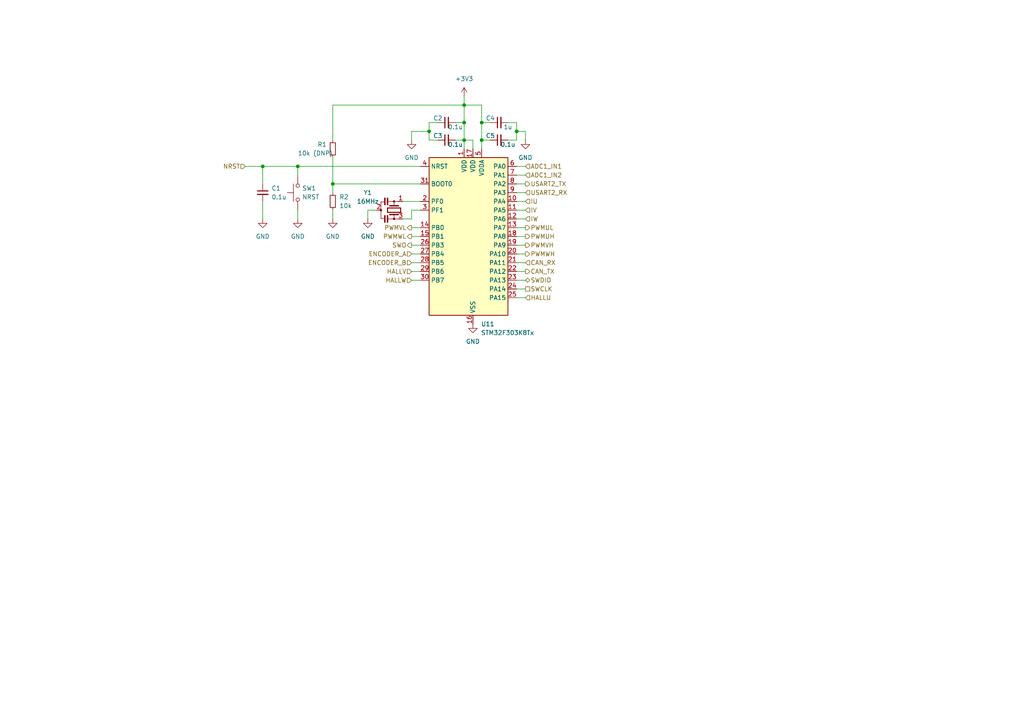
<source format=kicad_sch>
(kicad_sch
	(version 20231120)
	(generator "eeschema")
	(generator_version "8.0")
	(uuid "9ab0ce96-bca7-403f-acac-3fa1758a3a53")
	(paper "A4")
	(lib_symbols
		(symbol "Device:C_Small"
			(pin_numbers hide)
			(pin_names
				(offset 0.254) hide)
			(exclude_from_sim no)
			(in_bom yes)
			(on_board yes)
			(property "Reference" "C"
				(at 0.254 1.778 0)
				(effects
					(font
						(size 1.27 1.27)
					)
					(justify left)
				)
			)
			(property "Value" "C_Small"
				(at 0.254 -2.032 0)
				(effects
					(font
						(size 1.27 1.27)
					)
					(justify left)
				)
			)
			(property "Footprint" ""
				(at 0 0 0)
				(effects
					(font
						(size 1.27 1.27)
					)
					(hide yes)
				)
			)
			(property "Datasheet" "~"
				(at 0 0 0)
				(effects
					(font
						(size 1.27 1.27)
					)
					(hide yes)
				)
			)
			(property "Description" "Unpolarized capacitor, small symbol"
				(at 0 0 0)
				(effects
					(font
						(size 1.27 1.27)
					)
					(hide yes)
				)
			)
			(property "ki_keywords" "capacitor cap"
				(at 0 0 0)
				(effects
					(font
						(size 1.27 1.27)
					)
					(hide yes)
				)
			)
			(property "ki_fp_filters" "C_*"
				(at 0 0 0)
				(effects
					(font
						(size 1.27 1.27)
					)
					(hide yes)
				)
			)
			(symbol "C_Small_0_1"
				(polyline
					(pts
						(xy -1.524 -0.508) (xy 1.524 -0.508)
					)
					(stroke
						(width 0.3302)
						(type default)
					)
					(fill
						(type none)
					)
				)
				(polyline
					(pts
						(xy -1.524 0.508) (xy 1.524 0.508)
					)
					(stroke
						(width 0.3048)
						(type default)
					)
					(fill
						(type none)
					)
				)
			)
			(symbol "C_Small_1_1"
				(pin passive line
					(at 0 2.54 270)
					(length 2.032)
					(name "~"
						(effects
							(font
								(size 1.27 1.27)
							)
						)
					)
					(number "1"
						(effects
							(font
								(size 1.27 1.27)
							)
						)
					)
				)
				(pin passive line
					(at 0 -2.54 90)
					(length 2.032)
					(name "~"
						(effects
							(font
								(size 1.27 1.27)
							)
						)
					)
					(number "2"
						(effects
							(font
								(size 1.27 1.27)
							)
						)
					)
				)
			)
		)
		(symbol "Device:R_Small"
			(pin_numbers hide)
			(pin_names
				(offset 0.254) hide)
			(exclude_from_sim no)
			(in_bom yes)
			(on_board yes)
			(property "Reference" "R"
				(at 0.762 0.508 0)
				(effects
					(font
						(size 1.27 1.27)
					)
					(justify left)
				)
			)
			(property "Value" "R_Small"
				(at 0.762 -1.016 0)
				(effects
					(font
						(size 1.27 1.27)
					)
					(justify left)
				)
			)
			(property "Footprint" ""
				(at 0 0 0)
				(effects
					(font
						(size 1.27 1.27)
					)
					(hide yes)
				)
			)
			(property "Datasheet" "~"
				(at 0 0 0)
				(effects
					(font
						(size 1.27 1.27)
					)
					(hide yes)
				)
			)
			(property "Description" "Resistor, small symbol"
				(at 0 0 0)
				(effects
					(font
						(size 1.27 1.27)
					)
					(hide yes)
				)
			)
			(property "ki_keywords" "R resistor"
				(at 0 0 0)
				(effects
					(font
						(size 1.27 1.27)
					)
					(hide yes)
				)
			)
			(property "ki_fp_filters" "R_*"
				(at 0 0 0)
				(effects
					(font
						(size 1.27 1.27)
					)
					(hide yes)
				)
			)
			(symbol "R_Small_0_1"
				(rectangle
					(start -0.762 1.778)
					(end 0.762 -1.778)
					(stroke
						(width 0.2032)
						(type default)
					)
					(fill
						(type none)
					)
				)
			)
			(symbol "R_Small_1_1"
				(pin passive line
					(at 0 2.54 270)
					(length 0.762)
					(name "~"
						(effects
							(font
								(size 1.27 1.27)
							)
						)
					)
					(number "1"
						(effects
							(font
								(size 1.27 1.27)
							)
						)
					)
				)
				(pin passive line
					(at 0 -2.54 90)
					(length 0.762)
					(name "~"
						(effects
							(font
								(size 1.27 1.27)
							)
						)
					)
					(number "2"
						(effects
							(font
								(size 1.27 1.27)
							)
						)
					)
				)
			)
		)
		(symbol "Device:Resonator_Small"
			(pin_names
				(offset 1.016) hide)
			(exclude_from_sim no)
			(in_bom yes)
			(on_board yes)
			(property "Reference" "Y"
				(at 3.175 1.905 0)
				(effects
					(font
						(size 1.27 1.27)
					)
					(justify left)
				)
			)
			(property "Value" "Resonator_Small"
				(at 3.175 0 0)
				(effects
					(font
						(size 1.27 1.27)
					)
					(justify left)
				)
			)
			(property "Footprint" ""
				(at -0.635 0 0)
				(effects
					(font
						(size 1.27 1.27)
					)
					(hide yes)
				)
			)
			(property "Datasheet" "~"
				(at -0.635 0 0)
				(effects
					(font
						(size 1.27 1.27)
					)
					(hide yes)
				)
			)
			(property "Description" "Three pin ceramic resonator, small symbol"
				(at 0 0 0)
				(effects
					(font
						(size 1.27 1.27)
					)
					(hide yes)
				)
			)
			(property "ki_keywords" "ceramic resonator"
				(at 0 0 0)
				(effects
					(font
						(size 1.27 1.27)
					)
					(hide yes)
				)
			)
			(property "ki_fp_filters" "Filter* Resonator*"
				(at 0 0 0)
				(effects
					(font
						(size 1.27 1.27)
					)
					(hide yes)
				)
			)
			(symbol "Resonator_Small_0_1"
				(rectangle
					(start -3.556 -2.54)
					(end -1.524 -2.794)
					(stroke
						(width 0)
						(type default)
					)
					(fill
						(type outline)
					)
				)
				(rectangle
					(start -3.556 -1.778)
					(end -1.524 -2.032)
					(stroke
						(width 0)
						(type default)
					)
					(fill
						(type outline)
					)
				)
				(circle
					(center -2.54 0)
					(radius 0.254)
					(stroke
						(width 0)
						(type default)
					)
					(fill
						(type outline)
					)
				)
				(rectangle
					(start -0.635 1.905)
					(end 0.635 -1.905)
					(stroke
						(width 0.3048)
						(type default)
					)
					(fill
						(type none)
					)
				)
				(circle
					(center 0 -3.81)
					(radius 0.254)
					(stroke
						(width 0)
						(type default)
					)
					(fill
						(type outline)
					)
				)
				(polyline
					(pts
						(xy -2.54 -1.778) (xy -2.54 0)
					)
					(stroke
						(width 0)
						(type default)
					)
					(fill
						(type none)
					)
				)
				(polyline
					(pts
						(xy -2.54 0) (xy -1.397 0)
					)
					(stroke
						(width 0)
						(type default)
					)
					(fill
						(type none)
					)
				)
				(polyline
					(pts
						(xy -2.54 1.27) (xy -2.54 0)
					)
					(stroke
						(width 0)
						(type default)
					)
					(fill
						(type none)
					)
				)
				(polyline
					(pts
						(xy -1.27 -1.27) (xy -1.27 1.27)
					)
					(stroke
						(width 0.381)
						(type default)
					)
					(fill
						(type none)
					)
				)
				(polyline
					(pts
						(xy 1.27 -1.27) (xy 1.27 1.27)
					)
					(stroke
						(width 0.381)
						(type default)
					)
					(fill
						(type none)
					)
				)
				(polyline
					(pts
						(xy 1.27 0) (xy 2.54 0)
					)
					(stroke
						(width 0)
						(type default)
					)
					(fill
						(type none)
					)
				)
				(polyline
					(pts
						(xy 2.54 0) (xy 2.54 -1.778)
					)
					(stroke
						(width 0)
						(type default)
					)
					(fill
						(type none)
					)
				)
				(polyline
					(pts
						(xy 2.54 1.27) (xy 2.54 0)
					)
					(stroke
						(width 0)
						(type default)
					)
					(fill
						(type none)
					)
				)
				(polyline
					(pts
						(xy 2.413 -2.794) (xy 2.413 -3.81) (xy -2.413 -3.81) (xy -2.413 -2.667)
					)
					(stroke
						(width 0)
						(type default)
					)
					(fill
						(type none)
					)
				)
				(rectangle
					(start 1.524 -2.54)
					(end 3.556 -2.794)
					(stroke
						(width 0)
						(type default)
					)
					(fill
						(type outline)
					)
				)
				(rectangle
					(start 1.524 -1.778)
					(end 3.556 -2.032)
					(stroke
						(width 0)
						(type default)
					)
					(fill
						(type outline)
					)
				)
				(circle
					(center 2.54 0)
					(radius 0.254)
					(stroke
						(width 0)
						(type default)
					)
					(fill
						(type outline)
					)
				)
			)
			(symbol "Resonator_Small_1_1"
				(pin passive line
					(at -2.54 2.54 270)
					(length 1.27)
					(name "1"
						(effects
							(font
								(size 1.27 1.27)
							)
						)
					)
					(number "1"
						(effects
							(font
								(size 1.27 1.27)
							)
						)
					)
				)
				(pin passive line
					(at 0 -5.08 90)
					(length 1.27)
					(name "2"
						(effects
							(font
								(size 1.27 1.27)
							)
						)
					)
					(number "2"
						(effects
							(font
								(size 1.27 1.27)
							)
						)
					)
				)
				(pin passive line
					(at 2.54 2.54 270)
					(length 1.27)
					(name "3"
						(effects
							(font
								(size 1.27 1.27)
							)
						)
					)
					(number "3"
						(effects
							(font
								(size 1.27 1.27)
							)
						)
					)
				)
			)
		)
		(symbol "MCU_ST_STM32F3:STM32F303K8Tx"
			(exclude_from_sim no)
			(in_bom yes)
			(on_board yes)
			(property "Reference" "U"
				(at -10.16 24.13 0)
				(effects
					(font
						(size 1.27 1.27)
					)
					(justify left)
				)
			)
			(property "Value" "STM32F303K8Tx"
				(at 7.62 24.13 0)
				(effects
					(font
						(size 1.27 1.27)
					)
					(justify left)
				)
			)
			(property "Footprint" "Package_QFP:LQFP-32_7x7mm_P0.8mm"
				(at -10.16 -22.86 0)
				(effects
					(font
						(size 1.27 1.27)
					)
					(justify right)
					(hide yes)
				)
			)
			(property "Datasheet" "https://www.st.com/resource/en/datasheet/stm32f303k8.pdf"
				(at 0 0 0)
				(effects
					(font
						(size 1.27 1.27)
					)
					(hide yes)
				)
			)
			(property "Description" "STMicroelectronics Arm Cortex-M4 MCU, 64KB flash, 16KB RAM, 72 MHz, 2.0-3.6V, 25 GPIO, LQFP32"
				(at 0 0 0)
				(effects
					(font
						(size 1.27 1.27)
					)
					(hide yes)
				)
			)
			(property "ki_locked" ""
				(at 0 0 0)
				(effects
					(font
						(size 1.27 1.27)
					)
				)
			)
			(property "ki_keywords" "Arm Cortex-M4 STM32F3 STM32F303"
				(at 0 0 0)
				(effects
					(font
						(size 1.27 1.27)
					)
					(hide yes)
				)
			)
			(property "ki_fp_filters" "LQFP*7x7mm*P0.8mm*"
				(at 0 0 0)
				(effects
					(font
						(size 1.27 1.27)
					)
					(hide yes)
				)
			)
			(symbol "STM32F303K8Tx_0_1"
				(rectangle
					(start -10.16 -22.86)
					(end 12.7 22.86)
					(stroke
						(width 0.254)
						(type default)
					)
					(fill
						(type background)
					)
				)
			)
			(symbol "STM32F303K8Tx_1_1"
				(pin power_in line
					(at 0 25.4 270)
					(length 2.54)
					(name "VDD"
						(effects
							(font
								(size 1.27 1.27)
							)
						)
					)
					(number "1"
						(effects
							(font
								(size 1.27 1.27)
							)
						)
					)
				)
				(pin bidirectional line
					(at 15.24 10.16 180)
					(length 2.54)
					(name "PA4"
						(effects
							(font
								(size 1.27 1.27)
							)
						)
					)
					(number "10"
						(effects
							(font
								(size 1.27 1.27)
							)
						)
					)
					(alternate "ADC2_IN1" bidirectional line)
					(alternate "COMP2_INM" bidirectional line)
					(alternate "COMP4_INM" bidirectional line)
					(alternate "DAC1_OUT1" bidirectional line)
					(alternate "SPI1_NSS" bidirectional line)
					(alternate "TIM3_CH2" bidirectional line)
					(alternate "TSC_G2_IO1" bidirectional line)
					(alternate "USART2_CK" bidirectional line)
				)
				(pin bidirectional line
					(at 15.24 7.62 180)
					(length 2.54)
					(name "PA5"
						(effects
							(font
								(size 1.27 1.27)
							)
						)
					)
					(number "11"
						(effects
							(font
								(size 1.27 1.27)
							)
						)
					)
					(alternate "ADC2_IN2" bidirectional line)
					(alternate "DAC1_OUT2" bidirectional line)
					(alternate "OPAMP2_VINM" bidirectional line)
					(alternate "OPAMP2_VINM_SEC" bidirectional line)
					(alternate "SPI1_SCK" bidirectional line)
					(alternate "TIM2_CH1" bidirectional line)
					(alternate "TIM2_ETR" bidirectional line)
					(alternate "TSC_G2_IO2" bidirectional line)
				)
				(pin bidirectional line
					(at 15.24 5.08 180)
					(length 2.54)
					(name "PA6"
						(effects
							(font
								(size 1.27 1.27)
							)
						)
					)
					(number "12"
						(effects
							(font
								(size 1.27 1.27)
							)
						)
					)
					(alternate "ADC2_IN3" bidirectional line)
					(alternate "DAC2_OUT1" bidirectional line)
					(alternate "OPAMP2_VOUT" bidirectional line)
					(alternate "SPI1_MISO" bidirectional line)
					(alternate "TIM16_CH1" bidirectional line)
					(alternate "TIM1_BKIN" bidirectional line)
					(alternate "TIM3_CH1" bidirectional line)
					(alternate "TSC_G2_IO3" bidirectional line)
				)
				(pin bidirectional line
					(at 15.24 2.54 180)
					(length 2.54)
					(name "PA7"
						(effects
							(font
								(size 1.27 1.27)
							)
						)
					)
					(number "13"
						(effects
							(font
								(size 1.27 1.27)
							)
						)
					)
					(alternate "ADC2_IN4" bidirectional line)
					(alternate "COMP2_INP" bidirectional line)
					(alternate "OPAMP2_VINP" bidirectional line)
					(alternate "OPAMP2_VINP_SEC" bidirectional line)
					(alternate "SPI1_MOSI" bidirectional line)
					(alternate "TIM17_CH1" bidirectional line)
					(alternate "TIM1_CH1N" bidirectional line)
					(alternate "TIM3_CH2" bidirectional line)
					(alternate "TSC_G2_IO4" bidirectional line)
				)
				(pin bidirectional line
					(at -12.7 2.54 0)
					(length 2.54)
					(name "PB0"
						(effects
							(font
								(size 1.27 1.27)
							)
						)
					)
					(number "14"
						(effects
							(font
								(size 1.27 1.27)
							)
						)
					)
					(alternate "ADC1_IN11" bidirectional line)
					(alternate "COMP4_INP" bidirectional line)
					(alternate "OPAMP2_VINP" bidirectional line)
					(alternate "OPAMP2_VINP_SEC" bidirectional line)
					(alternate "TIM1_CH2N" bidirectional line)
					(alternate "TIM3_CH3" bidirectional line)
					(alternate "TSC_G3_IO2" bidirectional line)
				)
				(pin bidirectional line
					(at -12.7 0 0)
					(length 2.54)
					(name "PB1"
						(effects
							(font
								(size 1.27 1.27)
							)
						)
					)
					(number "15"
						(effects
							(font
								(size 1.27 1.27)
							)
						)
					)
					(alternate "ADC1_IN12" bidirectional line)
					(alternate "COMP4_OUT" bidirectional line)
					(alternate "TIM1_CH3N" bidirectional line)
					(alternate "TIM3_CH4" bidirectional line)
					(alternate "TSC_G3_IO3" bidirectional line)
				)
				(pin power_in line
					(at 2.54 -25.4 90)
					(length 2.54)
					(name "VSS"
						(effects
							(font
								(size 1.27 1.27)
							)
						)
					)
					(number "16"
						(effects
							(font
								(size 1.27 1.27)
							)
						)
					)
				)
				(pin power_in line
					(at 2.54 25.4 270)
					(length 2.54)
					(name "VDD"
						(effects
							(font
								(size 1.27 1.27)
							)
						)
					)
					(number "17"
						(effects
							(font
								(size 1.27 1.27)
							)
						)
					)
				)
				(pin bidirectional line
					(at 15.24 0 180)
					(length 2.54)
					(name "PA8"
						(effects
							(font
								(size 1.27 1.27)
							)
						)
					)
					(number "18"
						(effects
							(font
								(size 1.27 1.27)
							)
						)
					)
					(alternate "RCC_MCO" bidirectional line)
					(alternate "TIM1_CH1" bidirectional line)
					(alternate "USART1_CK" bidirectional line)
				)
				(pin bidirectional line
					(at 15.24 -2.54 180)
					(length 2.54)
					(name "PA9"
						(effects
							(font
								(size 1.27 1.27)
							)
						)
					)
					(number "19"
						(effects
							(font
								(size 1.27 1.27)
							)
						)
					)
					(alternate "DAC1_EXTI9" bidirectional line)
					(alternate "DAC2_EXTI9" bidirectional line)
					(alternate "TIM15_BKIN" bidirectional line)
					(alternate "TIM1_CH2" bidirectional line)
					(alternate "TIM2_CH3" bidirectional line)
					(alternate "TSC_G4_IO1" bidirectional line)
					(alternate "USART1_TX" bidirectional line)
				)
				(pin bidirectional line
					(at -12.7 10.16 0)
					(length 2.54)
					(name "PF0"
						(effects
							(font
								(size 1.27 1.27)
							)
						)
					)
					(number "2"
						(effects
							(font
								(size 1.27 1.27)
							)
						)
					)
					(alternate "RCC_OSC_IN" bidirectional line)
					(alternate "TIM1_CH3N" bidirectional line)
				)
				(pin bidirectional line
					(at 15.24 -5.08 180)
					(length 2.54)
					(name "PA10"
						(effects
							(font
								(size 1.27 1.27)
							)
						)
					)
					(number "20"
						(effects
							(font
								(size 1.27 1.27)
							)
						)
					)
					(alternate "TIM17_BKIN" bidirectional line)
					(alternate "TIM1_CH3" bidirectional line)
					(alternate "TIM2_CH4" bidirectional line)
					(alternate "TSC_G4_IO2" bidirectional line)
					(alternate "USART1_RX" bidirectional line)
				)
				(pin bidirectional line
					(at 15.24 -7.62 180)
					(length 2.54)
					(name "PA11"
						(effects
							(font
								(size 1.27 1.27)
							)
						)
					)
					(number "21"
						(effects
							(font
								(size 1.27 1.27)
							)
						)
					)
					(alternate "CAN_RX" bidirectional line)
					(alternate "TIM1_BKIN2" bidirectional line)
					(alternate "TIM1_CH1N" bidirectional line)
					(alternate "TIM1_CH4" bidirectional line)
					(alternate "USART1_CTS" bidirectional line)
				)
				(pin bidirectional line
					(at 15.24 -10.16 180)
					(length 2.54)
					(name "PA12"
						(effects
							(font
								(size 1.27 1.27)
							)
						)
					)
					(number "22"
						(effects
							(font
								(size 1.27 1.27)
							)
						)
					)
					(alternate "CAN_TX" bidirectional line)
					(alternate "COMP2_OUT" bidirectional line)
					(alternate "TIM16_CH1" bidirectional line)
					(alternate "TIM1_CH2N" bidirectional line)
					(alternate "TIM1_ETR" bidirectional line)
					(alternate "USART1_DE" bidirectional line)
					(alternate "USART1_RTS" bidirectional line)
				)
				(pin bidirectional line
					(at 15.24 -12.7 180)
					(length 2.54)
					(name "PA13"
						(effects
							(font
								(size 1.27 1.27)
							)
						)
					)
					(number "23"
						(effects
							(font
								(size 1.27 1.27)
							)
						)
					)
					(alternate "IR_OUT" bidirectional line)
					(alternate "SYS_JTMS-SWDIO" bidirectional line)
					(alternate "TIM16_CH1N" bidirectional line)
					(alternate "TSC_G4_IO3" bidirectional line)
				)
				(pin bidirectional line
					(at 15.24 -15.24 180)
					(length 2.54)
					(name "PA14"
						(effects
							(font
								(size 1.27 1.27)
							)
						)
					)
					(number "24"
						(effects
							(font
								(size 1.27 1.27)
							)
						)
					)
					(alternate "I2C1_SDA" bidirectional line)
					(alternate "SYS_JTCK-SWCLK" bidirectional line)
					(alternate "TIM1_BKIN" bidirectional line)
					(alternate "TSC_G4_IO4" bidirectional line)
					(alternate "USART2_TX" bidirectional line)
				)
				(pin bidirectional line
					(at 15.24 -17.78 180)
					(length 2.54)
					(name "PA15"
						(effects
							(font
								(size 1.27 1.27)
							)
						)
					)
					(number "25"
						(effects
							(font
								(size 1.27 1.27)
							)
						)
					)
					(alternate "I2C1_SCL" bidirectional line)
					(alternate "SPI1_NSS" bidirectional line)
					(alternate "SYS_JTDI" bidirectional line)
					(alternate "TIM1_BKIN" bidirectional line)
					(alternate "TIM2_CH1" bidirectional line)
					(alternate "TIM2_ETR" bidirectional line)
					(alternate "TSC_SYNC" bidirectional line)
					(alternate "USART2_RX" bidirectional line)
				)
				(pin bidirectional line
					(at -12.7 -2.54 0)
					(length 2.54)
					(name "PB3"
						(effects
							(font
								(size 1.27 1.27)
							)
						)
					)
					(number "26"
						(effects
							(font
								(size 1.27 1.27)
							)
						)
					)
					(alternate "SPI1_SCK" bidirectional line)
					(alternate "SYS_JTDO-TRACESWO" bidirectional line)
					(alternate "TIM2_CH2" bidirectional line)
					(alternate "TIM3_ETR" bidirectional line)
					(alternate "TSC_G5_IO1" bidirectional line)
					(alternate "USART2_TX" bidirectional line)
				)
				(pin bidirectional line
					(at -12.7 -5.08 0)
					(length 2.54)
					(name "PB4"
						(effects
							(font
								(size 1.27 1.27)
							)
						)
					)
					(number "27"
						(effects
							(font
								(size 1.27 1.27)
							)
						)
					)
					(alternate "SPI1_MISO" bidirectional line)
					(alternate "SYS_NJTRST" bidirectional line)
					(alternate "TIM16_CH1" bidirectional line)
					(alternate "TIM17_BKIN" bidirectional line)
					(alternate "TIM3_CH1" bidirectional line)
					(alternate "TSC_G5_IO2" bidirectional line)
					(alternate "USART2_RX" bidirectional line)
				)
				(pin bidirectional line
					(at -12.7 -7.62 0)
					(length 2.54)
					(name "PB5"
						(effects
							(font
								(size 1.27 1.27)
							)
						)
					)
					(number "28"
						(effects
							(font
								(size 1.27 1.27)
							)
						)
					)
					(alternate "I2C1_SMBA" bidirectional line)
					(alternate "SPI1_MOSI" bidirectional line)
					(alternate "TIM16_BKIN" bidirectional line)
					(alternate "TIM17_CH1" bidirectional line)
					(alternate "TIM3_CH2" bidirectional line)
					(alternate "USART2_CK" bidirectional line)
				)
				(pin bidirectional line
					(at -12.7 -10.16 0)
					(length 2.54)
					(name "PB6"
						(effects
							(font
								(size 1.27 1.27)
							)
						)
					)
					(number "29"
						(effects
							(font
								(size 1.27 1.27)
							)
						)
					)
					(alternate "I2C1_SCL" bidirectional line)
					(alternate "TIM16_CH1N" bidirectional line)
					(alternate "TSC_G5_IO3" bidirectional line)
					(alternate "USART1_TX" bidirectional line)
				)
				(pin bidirectional line
					(at -12.7 7.62 0)
					(length 2.54)
					(name "PF1"
						(effects
							(font
								(size 1.27 1.27)
							)
						)
					)
					(number "3"
						(effects
							(font
								(size 1.27 1.27)
							)
						)
					)
					(alternate "RCC_OSC_OUT" bidirectional line)
				)
				(pin bidirectional line
					(at -12.7 -12.7 0)
					(length 2.54)
					(name "PB7"
						(effects
							(font
								(size 1.27 1.27)
							)
						)
					)
					(number "30"
						(effects
							(font
								(size 1.27 1.27)
							)
						)
					)
					(alternate "I2C1_SDA" bidirectional line)
					(alternate "TIM17_CH1N" bidirectional line)
					(alternate "TIM3_CH4" bidirectional line)
					(alternate "TSC_G5_IO4" bidirectional line)
					(alternate "USART1_RX" bidirectional line)
				)
				(pin input line
					(at -12.7 15.24 0)
					(length 2.54)
					(name "BOOT0"
						(effects
							(font
								(size 1.27 1.27)
							)
						)
					)
					(number "31"
						(effects
							(font
								(size 1.27 1.27)
							)
						)
					)
				)
				(pin passive line
					(at 2.54 -25.4 90)
					(length 2.54) hide
					(name "VSS"
						(effects
							(font
								(size 1.27 1.27)
							)
						)
					)
					(number "32"
						(effects
							(font
								(size 1.27 1.27)
							)
						)
					)
				)
				(pin input line
					(at -12.7 20.32 0)
					(length 2.54)
					(name "NRST"
						(effects
							(font
								(size 1.27 1.27)
							)
						)
					)
					(number "4"
						(effects
							(font
								(size 1.27 1.27)
							)
						)
					)
				)
				(pin power_in line
					(at 5.08 25.4 270)
					(length 2.54)
					(name "VDDA"
						(effects
							(font
								(size 1.27 1.27)
							)
						)
					)
					(number "5"
						(effects
							(font
								(size 1.27 1.27)
							)
						)
					)
				)
				(pin bidirectional line
					(at 15.24 20.32 180)
					(length 2.54)
					(name "PA0"
						(effects
							(font
								(size 1.27 1.27)
							)
						)
					)
					(number "6"
						(effects
							(font
								(size 1.27 1.27)
							)
						)
					)
					(alternate "ADC1_IN1" bidirectional line)
					(alternate "RTC_TAMP2" bidirectional line)
					(alternate "SYS_WKUP1" bidirectional line)
					(alternate "TIM2_CH1" bidirectional line)
					(alternate "TIM2_ETR" bidirectional line)
					(alternate "TSC_G1_IO1" bidirectional line)
					(alternate "USART2_CTS" bidirectional line)
				)
				(pin bidirectional line
					(at 15.24 17.78 180)
					(length 2.54)
					(name "PA1"
						(effects
							(font
								(size 1.27 1.27)
							)
						)
					)
					(number "7"
						(effects
							(font
								(size 1.27 1.27)
							)
						)
					)
					(alternate "ADC1_IN2" bidirectional line)
					(alternate "RTC_REFIN" bidirectional line)
					(alternate "TIM15_CH1N" bidirectional line)
					(alternate "TIM2_CH2" bidirectional line)
					(alternate "TSC_G1_IO2" bidirectional line)
					(alternate "USART2_DE" bidirectional line)
					(alternate "USART2_RTS" bidirectional line)
				)
				(pin bidirectional line
					(at 15.24 15.24 180)
					(length 2.54)
					(name "PA2"
						(effects
							(font
								(size 1.27 1.27)
							)
						)
					)
					(number "8"
						(effects
							(font
								(size 1.27 1.27)
							)
						)
					)
					(alternate "ADC1_IN3" bidirectional line)
					(alternate "COMP2_INM" bidirectional line)
					(alternate "COMP2_OUT" bidirectional line)
					(alternate "TIM15_CH1" bidirectional line)
					(alternate "TIM2_CH3" bidirectional line)
					(alternate "TSC_G1_IO3" bidirectional line)
					(alternate "USART2_TX" bidirectional line)
				)
				(pin bidirectional line
					(at 15.24 12.7 180)
					(length 2.54)
					(name "PA3"
						(effects
							(font
								(size 1.27 1.27)
							)
						)
					)
					(number "9"
						(effects
							(font
								(size 1.27 1.27)
							)
						)
					)
					(alternate "ADC1_IN4" bidirectional line)
					(alternate "TIM15_CH2" bidirectional line)
					(alternate "TIM2_CH4" bidirectional line)
					(alternate "TSC_G1_IO4" bidirectional line)
					(alternate "USART2_RX" bidirectional line)
				)
			)
		)
		(symbol "Switch:SW_Push"
			(pin_numbers hide)
			(pin_names
				(offset 1.016) hide)
			(exclude_from_sim no)
			(in_bom yes)
			(on_board yes)
			(property "Reference" "SW"
				(at 1.27 2.54 0)
				(effects
					(font
						(size 1.27 1.27)
					)
					(justify left)
				)
			)
			(property "Value" "SW_Push"
				(at 0 -1.524 0)
				(effects
					(font
						(size 1.27 1.27)
					)
				)
			)
			(property "Footprint" ""
				(at 0 5.08 0)
				(effects
					(font
						(size 1.27 1.27)
					)
					(hide yes)
				)
			)
			(property "Datasheet" "~"
				(at 0 5.08 0)
				(effects
					(font
						(size 1.27 1.27)
					)
					(hide yes)
				)
			)
			(property "Description" "Push button switch, generic, two pins"
				(at 0 0 0)
				(effects
					(font
						(size 1.27 1.27)
					)
					(hide yes)
				)
			)
			(property "ki_keywords" "switch normally-open pushbutton push-button"
				(at 0 0 0)
				(effects
					(font
						(size 1.27 1.27)
					)
					(hide yes)
				)
			)
			(symbol "SW_Push_0_1"
				(circle
					(center -2.032 0)
					(radius 0.508)
					(stroke
						(width 0)
						(type default)
					)
					(fill
						(type none)
					)
				)
				(polyline
					(pts
						(xy 0 1.27) (xy 0 3.048)
					)
					(stroke
						(width 0)
						(type default)
					)
					(fill
						(type none)
					)
				)
				(polyline
					(pts
						(xy 2.54 1.27) (xy -2.54 1.27)
					)
					(stroke
						(width 0)
						(type default)
					)
					(fill
						(type none)
					)
				)
				(circle
					(center 2.032 0)
					(radius 0.508)
					(stroke
						(width 0)
						(type default)
					)
					(fill
						(type none)
					)
				)
				(pin passive line
					(at -5.08 0 0)
					(length 2.54)
					(name "1"
						(effects
							(font
								(size 1.27 1.27)
							)
						)
					)
					(number "1"
						(effects
							(font
								(size 1.27 1.27)
							)
						)
					)
				)
				(pin passive line
					(at 5.08 0 180)
					(length 2.54)
					(name "2"
						(effects
							(font
								(size 1.27 1.27)
							)
						)
					)
					(number "2"
						(effects
							(font
								(size 1.27 1.27)
							)
						)
					)
				)
			)
		)
		(symbol "power:+3V3"
			(power)
			(pin_numbers hide)
			(pin_names
				(offset 0) hide)
			(exclude_from_sim no)
			(in_bom yes)
			(on_board yes)
			(property "Reference" "#PWR"
				(at 0 -3.81 0)
				(effects
					(font
						(size 1.27 1.27)
					)
					(hide yes)
				)
			)
			(property "Value" "+3V3"
				(at 0 3.556 0)
				(effects
					(font
						(size 1.27 1.27)
					)
				)
			)
			(property "Footprint" ""
				(at 0 0 0)
				(effects
					(font
						(size 1.27 1.27)
					)
					(hide yes)
				)
			)
			(property "Datasheet" ""
				(at 0 0 0)
				(effects
					(font
						(size 1.27 1.27)
					)
					(hide yes)
				)
			)
			(property "Description" "Power symbol creates a global label with name \"+3V3\""
				(at 0 0 0)
				(effects
					(font
						(size 1.27 1.27)
					)
					(hide yes)
				)
			)
			(property "ki_keywords" "global power"
				(at 0 0 0)
				(effects
					(font
						(size 1.27 1.27)
					)
					(hide yes)
				)
			)
			(symbol "+3V3_0_1"
				(polyline
					(pts
						(xy -0.762 1.27) (xy 0 2.54)
					)
					(stroke
						(width 0)
						(type default)
					)
					(fill
						(type none)
					)
				)
				(polyline
					(pts
						(xy 0 0) (xy 0 2.54)
					)
					(stroke
						(width 0)
						(type default)
					)
					(fill
						(type none)
					)
				)
				(polyline
					(pts
						(xy 0 2.54) (xy 0.762 1.27)
					)
					(stroke
						(width 0)
						(type default)
					)
					(fill
						(type none)
					)
				)
			)
			(symbol "+3V3_1_1"
				(pin power_in line
					(at 0 0 90)
					(length 0)
					(name "~"
						(effects
							(font
								(size 1.27 1.27)
							)
						)
					)
					(number "1"
						(effects
							(font
								(size 1.27 1.27)
							)
						)
					)
				)
			)
		)
		(symbol "power:GND"
			(power)
			(pin_numbers hide)
			(pin_names
				(offset 0) hide)
			(exclude_from_sim no)
			(in_bom yes)
			(on_board yes)
			(property "Reference" "#PWR"
				(at 0 -6.35 0)
				(effects
					(font
						(size 1.27 1.27)
					)
					(hide yes)
				)
			)
			(property "Value" "GND"
				(at 0 -3.81 0)
				(effects
					(font
						(size 1.27 1.27)
					)
				)
			)
			(property "Footprint" ""
				(at 0 0 0)
				(effects
					(font
						(size 1.27 1.27)
					)
					(hide yes)
				)
			)
			(property "Datasheet" ""
				(at 0 0 0)
				(effects
					(font
						(size 1.27 1.27)
					)
					(hide yes)
				)
			)
			(property "Description" "Power symbol creates a global label with name \"GND\" , ground"
				(at 0 0 0)
				(effects
					(font
						(size 1.27 1.27)
					)
					(hide yes)
				)
			)
			(property "ki_keywords" "global power"
				(at 0 0 0)
				(effects
					(font
						(size 1.27 1.27)
					)
					(hide yes)
				)
			)
			(symbol "GND_0_1"
				(polyline
					(pts
						(xy 0 0) (xy 0 -1.27) (xy 1.27 -1.27) (xy 0 -2.54) (xy -1.27 -1.27) (xy 0 -1.27)
					)
					(stroke
						(width 0)
						(type default)
					)
					(fill
						(type none)
					)
				)
			)
			(symbol "GND_1_1"
				(pin power_in line
					(at 0 0 270)
					(length 0)
					(name "~"
						(effects
							(font
								(size 1.27 1.27)
							)
						)
					)
					(number "1"
						(effects
							(font
								(size 1.27 1.27)
							)
						)
					)
				)
			)
		)
	)
	(junction
		(at 139.7 35.56)
		(diameter 0)
		(color 0 0 0 0)
		(uuid "0be50982-9f47-426b-8a04-b84a6bcff575")
	)
	(junction
		(at 134.62 40.64)
		(diameter 0)
		(color 0 0 0 0)
		(uuid "2d4579c1-6de2-4e5e-9036-9fd0950f11ad")
	)
	(junction
		(at 86.36 48.26)
		(diameter 0)
		(color 0 0 0 0)
		(uuid "64c06181-60dc-4c46-a881-4e57820fd8fd")
	)
	(junction
		(at 96.52 53.34)
		(diameter 0)
		(color 0 0 0 0)
		(uuid "6817d47b-e189-468d-b6ba-be3bd5ed0ccd")
	)
	(junction
		(at 76.2 48.26)
		(diameter 0)
		(color 0 0 0 0)
		(uuid "6917c8a2-e2ee-422b-979d-b0883a160886")
	)
	(junction
		(at 149.86 38.1)
		(diameter 0)
		(color 0 0 0 0)
		(uuid "94304c1c-0b7e-4802-948c-79f7bc4ed257")
	)
	(junction
		(at 134.62 35.56)
		(diameter 0)
		(color 0 0 0 0)
		(uuid "a3a0c353-d24c-48ce-93c4-84840766db26")
	)
	(junction
		(at 124.46 38.1)
		(diameter 0)
		(color 0 0 0 0)
		(uuid "a449f696-5054-4430-959f-932f34827512")
	)
	(junction
		(at 134.62 30.48)
		(diameter 0)
		(color 0 0 0 0)
		(uuid "d14328fd-0d99-4f9f-b36e-ef29b8b30274")
	)
	(junction
		(at 139.7 40.64)
		(diameter 0)
		(color 0 0 0 0)
		(uuid "d8fcfeff-baa8-425c-b94d-518d33dcc602")
	)
	(wire
		(pts
			(xy 149.86 66.04) (xy 152.4 66.04)
		)
		(stroke
			(width 0)
			(type default)
		)
		(uuid "071e9a5e-a807-41d9-9d4b-96fb6dcf4f70")
	)
	(wire
		(pts
			(xy 119.38 40.64) (xy 119.38 38.1)
		)
		(stroke
			(width 0)
			(type default)
		)
		(uuid "0fb66f16-3c77-4891-b79c-d5a925cdb468")
	)
	(wire
		(pts
			(xy 96.52 53.34) (xy 121.92 53.34)
		)
		(stroke
			(width 0)
			(type default)
		)
		(uuid "12d70632-e5be-4efd-a1f1-12326d959010")
	)
	(wire
		(pts
			(xy 134.62 40.64) (xy 137.16 40.64)
		)
		(stroke
			(width 0)
			(type default)
		)
		(uuid "1372928c-803a-405e-ae5e-eabd3aabf78c")
	)
	(wire
		(pts
			(xy 134.62 43.18) (xy 134.62 40.64)
		)
		(stroke
			(width 0)
			(type default)
		)
		(uuid "15261e0b-51fa-4d5f-a941-40ec4888c30f")
	)
	(wire
		(pts
			(xy 86.36 48.26) (xy 86.36 50.8)
		)
		(stroke
			(width 0)
			(type default)
		)
		(uuid "21ff56b9-c2d6-46e4-88a7-4cbfe6d3bf07")
	)
	(wire
		(pts
			(xy 86.36 48.26) (xy 121.92 48.26)
		)
		(stroke
			(width 0)
			(type default)
		)
		(uuid "24f3d194-61da-41db-8427-0b72dea02dbd")
	)
	(wire
		(pts
			(xy 149.86 73.66) (xy 152.4 73.66)
		)
		(stroke
			(width 0)
			(type default)
		)
		(uuid "2b16f8be-f3de-4646-8964-d357bc07d34c")
	)
	(wire
		(pts
			(xy 119.38 81.28) (xy 121.92 81.28)
		)
		(stroke
			(width 0)
			(type default)
		)
		(uuid "2c0a109e-cf4d-4038-88e4-f97fdfa5ea5f")
	)
	(wire
		(pts
			(xy 142.24 40.64) (xy 139.7 40.64)
		)
		(stroke
			(width 0)
			(type default)
		)
		(uuid "2c5f2bf2-370d-4d87-b71f-ae5d1bb34e97")
	)
	(wire
		(pts
			(xy 86.36 60.96) (xy 86.36 63.5)
		)
		(stroke
			(width 0)
			(type default)
		)
		(uuid "2f90d419-cece-4952-8a5c-9fddadc535e7")
	)
	(wire
		(pts
			(xy 119.38 78.74) (xy 121.92 78.74)
		)
		(stroke
			(width 0)
			(type default)
		)
		(uuid "32152421-a5e3-4b75-be01-808ade577046")
	)
	(wire
		(pts
			(xy 119.38 76.2) (xy 121.92 76.2)
		)
		(stroke
			(width 0)
			(type default)
		)
		(uuid "3542dd8f-3ffe-4062-8316-57156d8dc421")
	)
	(wire
		(pts
			(xy 119.38 66.04) (xy 121.92 66.04)
		)
		(stroke
			(width 0)
			(type default)
		)
		(uuid "397920c6-5624-4506-8f9e-2a39cd9bfc18")
	)
	(wire
		(pts
			(xy 124.46 38.1) (xy 124.46 40.64)
		)
		(stroke
			(width 0)
			(type default)
		)
		(uuid "3a832165-9bc0-4955-9e7d-67fb5b55c281")
	)
	(wire
		(pts
			(xy 139.7 30.48) (xy 139.7 35.56)
		)
		(stroke
			(width 0)
			(type default)
		)
		(uuid "43df14be-800b-4ade-ac85-90f0bb3b3f08")
	)
	(wire
		(pts
			(xy 106.68 63.5) (xy 106.68 60.96)
		)
		(stroke
			(width 0)
			(type default)
		)
		(uuid "45f59b7d-5d33-40aa-a356-d091a266e0b8")
	)
	(wire
		(pts
			(xy 147.32 35.56) (xy 149.86 35.56)
		)
		(stroke
			(width 0)
			(type default)
		)
		(uuid "4a6dbdfe-1ae5-407f-9a4d-8acdaf838e63")
	)
	(wire
		(pts
			(xy 132.08 35.56) (xy 134.62 35.56)
		)
		(stroke
			(width 0)
			(type default)
		)
		(uuid "5511e3b1-0ac8-45f3-9d15-644f49e3ab3a")
	)
	(wire
		(pts
			(xy 116.84 63.5) (xy 119.38 63.5)
		)
		(stroke
			(width 0)
			(type default)
		)
		(uuid "553aba45-c7f8-4f5f-b6d9-a08cc2c95d3f")
	)
	(wire
		(pts
			(xy 152.4 86.36) (xy 149.86 86.36)
		)
		(stroke
			(width 0)
			(type default)
		)
		(uuid "5b0deb2b-a605-4579-8341-a2402761c6f6")
	)
	(wire
		(pts
			(xy 76.2 48.26) (xy 86.36 48.26)
		)
		(stroke
			(width 0)
			(type default)
		)
		(uuid "66976903-2b37-489f-b9a3-f96935a79909")
	)
	(wire
		(pts
			(xy 139.7 35.56) (xy 139.7 40.64)
		)
		(stroke
			(width 0)
			(type default)
		)
		(uuid "678546bf-2398-4eae-8008-71b49d3a409f")
	)
	(wire
		(pts
			(xy 96.52 30.48) (xy 134.62 30.48)
		)
		(stroke
			(width 0)
			(type default)
		)
		(uuid "699a66cc-5b0f-4775-944c-b0cb9c3d8cee")
	)
	(wire
		(pts
			(xy 124.46 35.56) (xy 124.46 38.1)
		)
		(stroke
			(width 0)
			(type default)
		)
		(uuid "72db63a4-19d7-4633-8fa1-7c85cc9fe58c")
	)
	(wire
		(pts
			(xy 137.16 40.64) (xy 137.16 43.18)
		)
		(stroke
			(width 0)
			(type default)
		)
		(uuid "73dd816c-45d2-407a-af46-be0b54ffc2a5")
	)
	(wire
		(pts
			(xy 149.86 35.56) (xy 149.86 38.1)
		)
		(stroke
			(width 0)
			(type default)
		)
		(uuid "740e6f29-6d44-4149-9ba8-65eb4703f5c8")
	)
	(wire
		(pts
			(xy 149.86 81.28) (xy 152.4 81.28)
		)
		(stroke
			(width 0)
			(type default)
		)
		(uuid "7549a2b3-d8e2-4221-b2be-9e486d20a286")
	)
	(wire
		(pts
			(xy 139.7 40.64) (xy 139.7 43.18)
		)
		(stroke
			(width 0)
			(type default)
		)
		(uuid "766c4ab6-0698-4532-8c7b-51150e5c3e63")
	)
	(wire
		(pts
			(xy 149.86 76.2) (xy 152.4 76.2)
		)
		(stroke
			(width 0)
			(type default)
		)
		(uuid "79837d98-2376-48d5-9a97-345c2213d82c")
	)
	(wire
		(pts
			(xy 149.86 83.82) (xy 152.4 83.82)
		)
		(stroke
			(width 0)
			(type default)
		)
		(uuid "7e9ff4aa-1b1d-41f1-8034-4e203411c819")
	)
	(wire
		(pts
			(xy 149.86 71.12) (xy 152.4 71.12)
		)
		(stroke
			(width 0)
			(type default)
		)
		(uuid "8353b9e9-bbe2-4e52-9e24-cb2134b93d4e")
	)
	(wire
		(pts
			(xy 149.86 58.42) (xy 152.4 58.42)
		)
		(stroke
			(width 0)
			(type default)
		)
		(uuid "8c9ffd46-ba8c-4efa-bba5-4716e97ee1ce")
	)
	(wire
		(pts
			(xy 139.7 35.56) (xy 142.24 35.56)
		)
		(stroke
			(width 0)
			(type default)
		)
		(uuid "8d8c9cc2-9ec0-4c2d-b656-15149a040433")
	)
	(wire
		(pts
			(xy 134.62 35.56) (xy 134.62 40.64)
		)
		(stroke
			(width 0)
			(type default)
		)
		(uuid "8dc4b66a-e043-4654-9649-b9bf6638e5fc")
	)
	(wire
		(pts
			(xy 127 40.64) (xy 124.46 40.64)
		)
		(stroke
			(width 0)
			(type default)
		)
		(uuid "8f8a7fbd-0a90-40d7-bcee-23c0c95ad108")
	)
	(wire
		(pts
			(xy 149.86 63.5) (xy 152.4 63.5)
		)
		(stroke
			(width 0)
			(type default)
		)
		(uuid "953887c4-ba69-46ce-8381-f0b8b2de678a")
	)
	(wire
		(pts
			(xy 149.86 48.26) (xy 152.4 48.26)
		)
		(stroke
			(width 0)
			(type default)
		)
		(uuid "975f20e2-4485-4379-bd98-a09e217a9248")
	)
	(wire
		(pts
			(xy 119.38 38.1) (xy 124.46 38.1)
		)
		(stroke
			(width 0)
			(type default)
		)
		(uuid "988fedd8-b110-44a2-aea9-f70487774264")
	)
	(wire
		(pts
			(xy 76.2 58.42) (xy 76.2 63.5)
		)
		(stroke
			(width 0)
			(type default)
		)
		(uuid "99c26a09-2564-4c99-ba62-071232ae80b9")
	)
	(wire
		(pts
			(xy 149.86 53.34) (xy 152.4 53.34)
		)
		(stroke
			(width 0)
			(type default)
		)
		(uuid "9d31a73f-7894-4139-a185-2a5884514cc4")
	)
	(wire
		(pts
			(xy 106.68 60.96) (xy 109.22 60.96)
		)
		(stroke
			(width 0)
			(type default)
		)
		(uuid "a46fc835-1e0a-4138-9682-8dfaa1d1f63c")
	)
	(wire
		(pts
			(xy 149.86 40.64) (xy 149.86 38.1)
		)
		(stroke
			(width 0)
			(type default)
		)
		(uuid "a7fcba25-72ca-4819-906e-0f5ef16a2ad3")
	)
	(wire
		(pts
			(xy 119.38 60.96) (xy 119.38 63.5)
		)
		(stroke
			(width 0)
			(type default)
		)
		(uuid "b1e4687c-7833-48df-ab0b-eb7a72edd2cb")
	)
	(wire
		(pts
			(xy 134.62 27.94) (xy 134.62 30.48)
		)
		(stroke
			(width 0)
			(type default)
		)
		(uuid "b415f9e4-3b01-4bd5-bcd2-1a0e739a581a")
	)
	(wire
		(pts
			(xy 119.38 68.58) (xy 121.92 68.58)
		)
		(stroke
			(width 0)
			(type default)
		)
		(uuid "c3d0e5cd-27d5-41f8-822a-58ba7c17eac4")
	)
	(wire
		(pts
			(xy 96.52 45.72) (xy 96.52 53.34)
		)
		(stroke
			(width 0)
			(type default)
		)
		(uuid "c481cdb7-5bad-4627-ba96-0a14d0aa530f")
	)
	(wire
		(pts
			(xy 124.46 35.56) (xy 127 35.56)
		)
		(stroke
			(width 0)
			(type default)
		)
		(uuid "c63d9a87-2ae2-4f06-a524-84271721a0db")
	)
	(wire
		(pts
			(xy 152.4 38.1) (xy 152.4 40.64)
		)
		(stroke
			(width 0)
			(type default)
		)
		(uuid "ce44992e-e4a3-410f-8a58-257ba32c1e79")
	)
	(wire
		(pts
			(xy 132.08 40.64) (xy 134.62 40.64)
		)
		(stroke
			(width 0)
			(type default)
		)
		(uuid "d2d8f70a-6891-4d95-b9c7-adbb0d1fd49e")
	)
	(wire
		(pts
			(xy 121.92 60.96) (xy 119.38 60.96)
		)
		(stroke
			(width 0)
			(type default)
		)
		(uuid "d54374a3-c4e7-4591-b9c2-245d0d840a57")
	)
	(wire
		(pts
			(xy 71.12 48.26) (xy 76.2 48.26)
		)
		(stroke
			(width 0)
			(type default)
		)
		(uuid "ddf84899-98aa-4193-9fa4-39caa14640c1")
	)
	(wire
		(pts
			(xy 149.86 68.58) (xy 152.4 68.58)
		)
		(stroke
			(width 0)
			(type default)
		)
		(uuid "e2e9faf1-0c60-4305-9a3b-82fab748038a")
	)
	(wire
		(pts
			(xy 119.38 71.12) (xy 121.92 71.12)
		)
		(stroke
			(width 0)
			(type default)
		)
		(uuid "e47cf3ea-6909-4157-aba1-3cf779478d9c")
	)
	(wire
		(pts
			(xy 96.52 55.88) (xy 96.52 53.34)
		)
		(stroke
			(width 0)
			(type default)
		)
		(uuid "e5bd5f3e-1432-4f16-8a57-251c3f2e5e0c")
	)
	(wire
		(pts
			(xy 96.52 60.96) (xy 96.52 63.5)
		)
		(stroke
			(width 0)
			(type default)
		)
		(uuid "e7f177f3-70b5-4310-ab5c-033e2e2d51aa")
	)
	(wire
		(pts
			(xy 147.32 40.64) (xy 149.86 40.64)
		)
		(stroke
			(width 0)
			(type default)
		)
		(uuid "ea33cd27-a6ac-4b0b-a51d-09b89646ffbe")
	)
	(wire
		(pts
			(xy 134.62 30.48) (xy 134.62 35.56)
		)
		(stroke
			(width 0)
			(type default)
		)
		(uuid "ea5f7c1a-15e9-4c36-9b59-d5acb3a8b158")
	)
	(wire
		(pts
			(xy 134.62 30.48) (xy 139.7 30.48)
		)
		(stroke
			(width 0)
			(type default)
		)
		(uuid "ec18f34a-ffe2-4ec0-889c-e6dc7e941575")
	)
	(wire
		(pts
			(xy 149.86 55.88) (xy 152.4 55.88)
		)
		(stroke
			(width 0)
			(type default)
		)
		(uuid "ef4222b4-b962-4a35-bcbf-baf5792e4ebf")
	)
	(wire
		(pts
			(xy 149.86 78.74) (xy 152.4 78.74)
		)
		(stroke
			(width 0)
			(type default)
		)
		(uuid "f0cf30b8-a61e-47b0-bd20-7111afee70a4")
	)
	(wire
		(pts
			(xy 119.38 73.66) (xy 121.92 73.66)
		)
		(stroke
			(width 0)
			(type default)
		)
		(uuid "f16a46c5-b90b-4dd6-824a-92a612b9d954")
	)
	(wire
		(pts
			(xy 149.86 60.96) (xy 152.4 60.96)
		)
		(stroke
			(width 0)
			(type default)
		)
		(uuid "f2be8dea-436f-4477-b855-eafdde07e693")
	)
	(wire
		(pts
			(xy 149.86 50.8) (xy 152.4 50.8)
		)
		(stroke
			(width 0)
			(type default)
		)
		(uuid "f55eb0ce-4fad-4be0-8175-48e6e7eece67")
	)
	(wire
		(pts
			(xy 152.4 38.1) (xy 149.86 38.1)
		)
		(stroke
			(width 0)
			(type default)
		)
		(uuid "f5fbac9c-76f2-44e7-9e1e-e0305931a7c4")
	)
	(wire
		(pts
			(xy 116.84 58.42) (xy 121.92 58.42)
		)
		(stroke
			(width 0)
			(type default)
		)
		(uuid "f6b3e91a-164d-4d6e-91f8-f534c93f97fd")
	)
	(wire
		(pts
			(xy 76.2 53.34) (xy 76.2 48.26)
		)
		(stroke
			(width 0)
			(type default)
		)
		(uuid "f705354a-8aa9-4e77-bee0-9afe7dcba202")
	)
	(wire
		(pts
			(xy 96.52 40.64) (xy 96.52 30.48)
		)
		(stroke
			(width 0)
			(type default)
		)
		(uuid "fbcbe09f-c7dc-411d-b7eb-582ebf041658")
	)
	(hierarchical_label "PWMVH"
		(shape output)
		(at 152.4 71.12 0)
		(fields_autoplaced yes)
		(effects
			(font
				(size 1.27 1.27)
			)
			(justify left)
		)
		(uuid "1254b41b-979d-4ac2-aac2-4d0c09d8db79")
	)
	(hierarchical_label "IV"
		(shape input)
		(at 152.4 60.96 0)
		(fields_autoplaced yes)
		(effects
			(font
				(size 1.27 1.27)
			)
			(justify left)
		)
		(uuid "21c43443-e714-49cc-b84b-4bbc6e4b846f")
	)
	(hierarchical_label "IW"
		(shape input)
		(at 152.4 63.5 0)
		(fields_autoplaced yes)
		(effects
			(font
				(size 1.27 1.27)
			)
			(justify left)
		)
		(uuid "2a9c3d48-77bd-4f6a-b91a-127437e06f4b")
	)
	(hierarchical_label "PWMUL"
		(shape output)
		(at 152.4 66.04 0)
		(fields_autoplaced yes)
		(effects
			(font
				(size 1.27 1.27)
			)
			(justify left)
		)
		(uuid "421bb4fe-6a8f-40f9-b3b4-06e46f3ebc67")
	)
	(hierarchical_label "USART2_TX"
		(shape output)
		(at 152.4 53.34 0)
		(fields_autoplaced yes)
		(effects
			(font
				(size 1.27 1.27)
			)
			(justify left)
		)
		(uuid "59959711-490c-4cc1-8d63-f9d3d1d2e1e6")
	)
	(hierarchical_label "PWMWL"
		(shape output)
		(at 119.38 68.58 180)
		(fields_autoplaced yes)
		(effects
			(font
				(size 1.27 1.27)
			)
			(justify right)
		)
		(uuid "681e1f1f-05f0-49b5-8d50-c99f49e47969")
	)
	(hierarchical_label "ADC1_IN1"
		(shape input)
		(at 152.4 48.26 0)
		(fields_autoplaced yes)
		(effects
			(font
				(size 1.27 1.27)
			)
			(justify left)
		)
		(uuid "7003b648-db28-499d-acab-17c30306f81a")
	)
	(hierarchical_label "USART2_RX"
		(shape input)
		(at 152.4 55.88 0)
		(fields_autoplaced yes)
		(effects
			(font
				(size 1.27 1.27)
			)
			(justify left)
		)
		(uuid "7cfff535-894a-4ce1-ae7d-669ef71768a7")
	)
	(hierarchical_label "CAN_TX"
		(shape output)
		(at 152.4 78.74 0)
		(fields_autoplaced yes)
		(effects
			(font
				(size 1.27 1.27)
			)
			(justify left)
		)
		(uuid "8eb84272-44f8-4769-8e06-1ef0ca74f2f0")
	)
	(hierarchical_label "NRST"
		(shape input)
		(at 71.12 48.26 180)
		(fields_autoplaced yes)
		(effects
			(font
				(size 1.27 1.27)
			)
			(justify right)
		)
		(uuid "920df8f7-1b04-47f6-9dd9-060127563c73")
	)
	(hierarchical_label "HALLU"
		(shape input)
		(at 152.4 86.36 0)
		(fields_autoplaced yes)
		(effects
			(font
				(size 1.27 1.27)
			)
			(justify left)
		)
		(uuid "9513574e-9e3b-4157-a2b9-a0f4a35a7c5e")
	)
	(hierarchical_label "PWMWH"
		(shape output)
		(at 152.4 73.66 0)
		(fields_autoplaced yes)
		(effects
			(font
				(size 1.27 1.27)
			)
			(justify left)
		)
		(uuid "96efeece-79e1-4712-8995-7d7b0f6cca3e")
	)
	(hierarchical_label "SWDIO"
		(shape bidirectional)
		(at 152.4 81.28 0)
		(fields_autoplaced yes)
		(effects
			(font
				(size 1.27 1.27)
			)
			(justify left)
		)
		(uuid "9bbba5b5-594a-470e-b626-b176ca67525f")
	)
	(hierarchical_label "CAN_RX"
		(shape input)
		(at 152.4 76.2 0)
		(fields_autoplaced yes)
		(effects
			(font
				(size 1.27 1.27)
			)
			(justify left)
		)
		(uuid "a1330e5c-d8a7-4d73-969d-f690705a30fb")
	)
	(hierarchical_label "ENCODER_A"
		(shape input)
		(at 119.38 73.66 180)
		(fields_autoplaced yes)
		(effects
			(font
				(size 1.27 1.27)
			)
			(justify right)
		)
		(uuid "a2802875-3699-421c-a7d7-4cf06a3446b7")
	)
	(hierarchical_label "HALLV"
		(shape input)
		(at 119.38 78.74 180)
		(fields_autoplaced yes)
		(effects
			(font
				(size 1.27 1.27)
			)
			(justify right)
		)
		(uuid "a6502a1a-be41-4ef4-94ad-daca605f40f0")
	)
	(hierarchical_label "PWMVL"
		(shape output)
		(at 119.38 66.04 180)
		(fields_autoplaced yes)
		(effects
			(font
				(size 1.27 1.27)
			)
			(justify right)
		)
		(uuid "b4eb0254-4351-4dda-99a3-1b02ffee0b5c")
	)
	(hierarchical_label "ADC1_IN2"
		(shape input)
		(at 152.4 50.8 0)
		(fields_autoplaced yes)
		(effects
			(font
				(size 1.27 1.27)
			)
			(justify left)
		)
		(uuid "d35f9d6d-7b42-4372-a887-863f516abe4d")
	)
	(hierarchical_label "PWMUH"
		(shape output)
		(at 152.4 68.58 0)
		(fields_autoplaced yes)
		(effects
			(font
				(size 1.27 1.27)
			)
			(justify left)
		)
		(uuid "d4a44733-5952-4eed-a1c1-23b01267eb77")
	)
	(hierarchical_label "HALLW"
		(shape input)
		(at 119.38 81.28 180)
		(fields_autoplaced yes)
		(effects
			(font
				(size 1.27 1.27)
			)
			(justify right)
		)
		(uuid "dbf383c7-2a77-49ad-ab0f-bbab536c5515")
	)
	(hierarchical_label "ENCODER_B"
		(shape input)
		(at 119.38 76.2 180)
		(fields_autoplaced yes)
		(effects
			(font
				(size 1.27 1.27)
			)
			(justify right)
		)
		(uuid "decf371a-6e80-4c7a-bb4c-7d07002e19b1")
	)
	(hierarchical_label "SWO"
		(shape output)
		(at 119.38 71.12 180)
		(fields_autoplaced yes)
		(effects
			(font
				(size 1.27 1.27)
			)
			(justify right)
		)
		(uuid "e1c51e24-f64e-4ea6-8135-f52a09f1dc4e")
	)
	(hierarchical_label "SWCLK"
		(shape passive)
		(at 152.4 83.82 0)
		(fields_autoplaced yes)
		(effects
			(font
				(size 1.27 1.27)
			)
			(justify left)
		)
		(uuid "e323c09a-4f9c-4c3c-bdde-296543db2ec3")
	)
	(hierarchical_label "IU"
		(shape input)
		(at 152.4 58.42 0)
		(fields_autoplaced yes)
		(effects
			(font
				(size 1.27 1.27)
			)
			(justify left)
		)
		(uuid "e32e1358-caa6-4e17-8871-0992f43efa08")
	)
	(symbol
		(lib_id "power:GND")
		(at 106.68 63.5 0)
		(unit 1)
		(exclude_from_sim no)
		(in_bom yes)
		(on_board yes)
		(dnp no)
		(fields_autoplaced yes)
		(uuid "025a6f0e-6598-4a15-901c-5ecb09dd657c")
		(property "Reference" "#PWR075"
			(at 106.68 69.85 0)
			(effects
				(font
					(size 1.27 1.27)
				)
				(hide yes)
			)
		)
		(property "Value" "GND"
			(at 106.68 68.58 0)
			(effects
				(font
					(size 1.27 1.27)
				)
			)
		)
		(property "Footprint" ""
			(at 106.68 63.5 0)
			(effects
				(font
					(size 1.27 1.27)
				)
				(hide yes)
			)
		)
		(property "Datasheet" ""
			(at 106.68 63.5 0)
			(effects
				(font
					(size 1.27 1.27)
				)
				(hide yes)
			)
		)
		(property "Description" "Power symbol creates a global label with name \"GND\" , ground"
			(at 106.68 63.5 0)
			(effects
				(font
					(size 1.27 1.27)
				)
				(hide yes)
			)
		)
		(pin "1"
			(uuid "f2d00956-065d-4a95-9c40-a72876cfd10e")
		)
		(instances
			(project "BLMD"
				(path "/4984c374-8a58-41a9-9864-8bba8d86a0b9/3dee0953-6020-4030-ba31-83ed4f7ff677"
					(reference "#PWR075")
					(unit 1)
				)
			)
		)
	)
	(symbol
		(lib_id "power:+3V3")
		(at 134.62 27.94 0)
		(unit 1)
		(exclude_from_sim no)
		(in_bom yes)
		(on_board yes)
		(dnp no)
		(fields_autoplaced yes)
		(uuid "049d791f-1226-4571-8d95-064e64f2a9c4")
		(property "Reference" "#PWR030"
			(at 134.62 31.75 0)
			(effects
				(font
					(size 1.27 1.27)
				)
				(hide yes)
			)
		)
		(property "Value" "+3V3"
			(at 134.62 22.86 0)
			(effects
				(font
					(size 1.27 1.27)
				)
			)
		)
		(property "Footprint" ""
			(at 134.62 27.94 0)
			(effects
				(font
					(size 1.27 1.27)
				)
				(hide yes)
			)
		)
		(property "Datasheet" ""
			(at 134.62 27.94 0)
			(effects
				(font
					(size 1.27 1.27)
				)
				(hide yes)
			)
		)
		(property "Description" "Power symbol creates a global label with name \"+3V3\""
			(at 134.62 27.94 0)
			(effects
				(font
					(size 1.27 1.27)
				)
				(hide yes)
			)
		)
		(pin "1"
			(uuid "aaac8266-9d2a-43ca-8f4b-a94fd4c1c648")
		)
		(instances
			(project "BLMD"
				(path "/4984c374-8a58-41a9-9864-8bba8d86a0b9/3dee0953-6020-4030-ba31-83ed4f7ff677"
					(reference "#PWR030")
					(unit 1)
				)
			)
		)
	)
	(symbol
		(lib_id "power:GND")
		(at 119.38 40.64 0)
		(unit 1)
		(exclude_from_sim no)
		(in_bom yes)
		(on_board yes)
		(dnp no)
		(fields_autoplaced yes)
		(uuid "0765a64c-84a4-4908-ab3a-2b478baa185a")
		(property "Reference" "#PWR028"
			(at 119.38 46.99 0)
			(effects
				(font
					(size 1.27 1.27)
				)
				(hide yes)
			)
		)
		(property "Value" "GND"
			(at 119.38 45.72 0)
			(effects
				(font
					(size 1.27 1.27)
				)
			)
		)
		(property "Footprint" ""
			(at 119.38 40.64 0)
			(effects
				(font
					(size 1.27 1.27)
				)
				(hide yes)
			)
		)
		(property "Datasheet" ""
			(at 119.38 40.64 0)
			(effects
				(font
					(size 1.27 1.27)
				)
				(hide yes)
			)
		)
		(property "Description" "Power symbol creates a global label with name \"GND\" , ground"
			(at 119.38 40.64 0)
			(effects
				(font
					(size 1.27 1.27)
				)
				(hide yes)
			)
		)
		(pin "1"
			(uuid "83bee957-d62f-42ef-b2ef-63876fdfabd1")
		)
		(instances
			(project "BLMD"
				(path "/4984c374-8a58-41a9-9864-8bba8d86a0b9/3dee0953-6020-4030-ba31-83ed4f7ff677"
					(reference "#PWR028")
					(unit 1)
				)
			)
		)
	)
	(symbol
		(lib_id "Switch:SW_Push")
		(at 86.36 55.88 90)
		(unit 1)
		(exclude_from_sim no)
		(in_bom yes)
		(on_board yes)
		(dnp no)
		(fields_autoplaced yes)
		(uuid "0c56cab9-769d-4bcb-97e1-5b3aff967de7")
		(property "Reference" "SW1"
			(at 87.63 54.61 90)
			(effects
				(font
					(size 1.27 1.27)
				)
				(justify right)
			)
		)
		(property "Value" "NRST"
			(at 87.63 57.15 90)
			(effects
				(font
					(size 1.27 1.27)
				)
				(justify right)
			)
		)
		(property "Footprint" "Button_Switch_THT:SW_PUSH_1P1T_6x3.5mm_H4.3_APEM_MJTP1243"
			(at 81.28 55.88 0)
			(effects
				(font
					(size 1.27 1.27)
				)
				(hide yes)
			)
		)
		(property "Datasheet" "~"
			(at 81.28 55.88 0)
			(effects
				(font
					(size 1.27 1.27)
				)
				(hide yes)
			)
		)
		(property "Description" "Push button switch, generic, two pins"
			(at 86.36 55.88 0)
			(effects
				(font
					(size 1.27 1.27)
				)
				(hide yes)
			)
		)
		(pin "2"
			(uuid "2624bd1d-2753-4364-8258-5b4a00b8c80f")
		)
		(pin "1"
			(uuid "3df37055-9906-4010-a143-b2ccc68a9b51")
		)
		(instances
			(project "BLMD"
				(path "/4984c374-8a58-41a9-9864-8bba8d86a0b9/3dee0953-6020-4030-ba31-83ed4f7ff677"
					(reference "SW1")
					(unit 1)
				)
			)
		)
	)
	(symbol
		(lib_id "MCU_ST_STM32F3:STM32F303K8Tx")
		(at 134.62 68.58 0)
		(unit 1)
		(exclude_from_sim no)
		(in_bom yes)
		(on_board yes)
		(dnp no)
		(fields_autoplaced yes)
		(uuid "16ae7593-0eda-4327-a1c4-3057e8a7296d")
		(property "Reference" "U11"
			(at 139.4834 93.98 0)
			(effects
				(font
					(size 1.27 1.27)
				)
				(justify left)
			)
		)
		(property "Value" "STM32F303K8Tx"
			(at 139.4834 96.52 0)
			(effects
				(font
					(size 1.27 1.27)
				)
				(justify left)
			)
		)
		(property "Footprint" "Package_QFP:LQFP-32_7x7mm_P0.8mm"
			(at 124.46 91.44 0)
			(effects
				(font
					(size 1.27 1.27)
				)
				(justify right)
				(hide yes)
			)
		)
		(property "Datasheet" "https://www.st.com/resource/en/datasheet/stm32f303k8.pdf"
			(at 134.62 68.58 0)
			(effects
				(font
					(size 1.27 1.27)
				)
				(hide yes)
			)
		)
		(property "Description" "STMicroelectronics Arm Cortex-M4 MCU, 64KB flash, 16KB RAM, 72 MHz, 2.0-3.6V, 25 GPIO, LQFP32"
			(at 134.62 68.58 0)
			(effects
				(font
					(size 1.27 1.27)
				)
				(hide yes)
			)
		)
		(pin "24"
			(uuid "79a499ca-145d-4438-a30f-cd0f15a5849b")
		)
		(pin "10"
			(uuid "bf8e907a-b2ce-49ba-998d-2fc68ca92753")
		)
		(pin "19"
			(uuid "e67bccb0-6409-4505-91c1-8b4fb2b48fee")
		)
		(pin "21"
			(uuid "6333ff3f-1ea8-42c8-b828-14c9efc2b491")
		)
		(pin "11"
			(uuid "22cd3dfb-5660-49fa-882c-a9496f61e53f")
		)
		(pin "17"
			(uuid "c4736513-d1ca-4a42-8bac-bcbf7770be8c")
		)
		(pin "14"
			(uuid "64af75ef-d08a-4765-bad5-96970b62af9b")
		)
		(pin "20"
			(uuid "c8f524de-7474-4990-8d9d-dd938e70e795")
		)
		(pin "30"
			(uuid "37367de5-0ae4-4b9e-808f-92f7a8cdff2f")
		)
		(pin "5"
			(uuid "344076f6-c3b0-4ff2-9117-d6b6b09efd90")
		)
		(pin "8"
			(uuid "c01ebd23-6975-40e9-8a48-6884290c3289")
		)
		(pin "9"
			(uuid "ecf685ff-ce38-40f1-9240-3346d61e1a78")
		)
		(pin "32"
			(uuid "69e153a0-3152-42be-aa0e-7602e890b146")
		)
		(pin "2"
			(uuid "5c09eb3a-2138-4f7e-80f2-dfdd3055f504")
		)
		(pin "28"
			(uuid "5afced91-06ef-4bbf-8380-790835a17bf2")
		)
		(pin "16"
			(uuid "c3ed24c9-051e-4277-92d0-30e5abf81fdb")
		)
		(pin "22"
			(uuid "6032a1cd-2414-4b85-8f79-f6e253537fd4")
		)
		(pin "23"
			(uuid "e069e3fa-a093-4d17-b01c-508e14fa85f2")
		)
		(pin "25"
			(uuid "dc2ee536-01cf-4074-a6ca-5d4ddeb8d9fd")
		)
		(pin "3"
			(uuid "0ce84626-d18b-4112-94eb-1e474d64f07e")
		)
		(pin "6"
			(uuid "28be7ca1-39f0-42eb-a98a-ce044fe5b80f")
		)
		(pin "7"
			(uuid "b0288c28-3678-4cec-be6c-bb28164ba9c0")
		)
		(pin "12"
			(uuid "b48ee20b-da47-4681-a8bc-c9b9e6c05ff1")
		)
		(pin "18"
			(uuid "ca06c148-9a7f-4a88-ae39-72ab35ed0a1a")
		)
		(pin "27"
			(uuid "e15ea392-bb7b-4fcb-82ff-906c9bb98846")
		)
		(pin "1"
			(uuid "24b7bfde-41cf-4bb2-89cc-a14903ec3c42")
		)
		(pin "31"
			(uuid "a23b25a7-5899-40d4-892c-0b7945c8e92b")
		)
		(pin "15"
			(uuid "b302e756-46d5-4581-86c8-79d99807bdba")
		)
		(pin "26"
			(uuid "5d72817d-f3d2-4ab7-9fe2-ffe9a3311b21")
		)
		(pin "4"
			(uuid "ccf6d680-c491-4248-a501-24e39c91acee")
		)
		(pin "13"
			(uuid "2e658e06-d137-4bef-8159-69400c9fe229")
		)
		(pin "29"
			(uuid "baa52105-f770-49d2-a579-8e1ec4c3b2c6")
		)
		(instances
			(project "BLMD"
				(path "/4984c374-8a58-41a9-9864-8bba8d86a0b9/3dee0953-6020-4030-ba31-83ed4f7ff677"
					(reference "U11")
					(unit 1)
				)
			)
		)
	)
	(symbol
		(lib_id "power:GND")
		(at 86.36 63.5 0)
		(unit 1)
		(exclude_from_sim no)
		(in_bom yes)
		(on_board yes)
		(dnp no)
		(fields_autoplaced yes)
		(uuid "37af5c60-8f4c-4c35-be88-ec341f00038d")
		(property "Reference" "#PWR026"
			(at 86.36 69.85 0)
			(effects
				(font
					(size 1.27 1.27)
				)
				(hide yes)
			)
		)
		(property "Value" "GND"
			(at 86.36 68.58 0)
			(effects
				(font
					(size 1.27 1.27)
				)
			)
		)
		(property "Footprint" ""
			(at 86.36 63.5 0)
			(effects
				(font
					(size 1.27 1.27)
				)
				(hide yes)
			)
		)
		(property "Datasheet" ""
			(at 86.36 63.5 0)
			(effects
				(font
					(size 1.27 1.27)
				)
				(hide yes)
			)
		)
		(property "Description" "Power symbol creates a global label with name \"GND\" , ground"
			(at 86.36 63.5 0)
			(effects
				(font
					(size 1.27 1.27)
				)
				(hide yes)
			)
		)
		(pin "1"
			(uuid "06ee8a26-daff-44a2-863c-58a73925f377")
		)
		(instances
			(project "BLMD"
				(path "/4984c374-8a58-41a9-9864-8bba8d86a0b9/3dee0953-6020-4030-ba31-83ed4f7ff677"
					(reference "#PWR026")
					(unit 1)
				)
			)
		)
	)
	(symbol
		(lib_id "power:GND")
		(at 76.2 63.5 0)
		(unit 1)
		(exclude_from_sim no)
		(in_bom yes)
		(on_board yes)
		(dnp no)
		(fields_autoplaced yes)
		(uuid "3c969d51-b648-4c5d-a35e-10eda6caaae3")
		(property "Reference" "#PWR015"
			(at 76.2 69.85 0)
			(effects
				(font
					(size 1.27 1.27)
				)
				(hide yes)
			)
		)
		(property "Value" "GND"
			(at 76.2 68.58 0)
			(effects
				(font
					(size 1.27 1.27)
				)
			)
		)
		(property "Footprint" ""
			(at 76.2 63.5 0)
			(effects
				(font
					(size 1.27 1.27)
				)
				(hide yes)
			)
		)
		(property "Datasheet" ""
			(at 76.2 63.5 0)
			(effects
				(font
					(size 1.27 1.27)
				)
				(hide yes)
			)
		)
		(property "Description" "Power symbol creates a global label with name \"GND\" , ground"
			(at 76.2 63.5 0)
			(effects
				(font
					(size 1.27 1.27)
				)
				(hide yes)
			)
		)
		(pin "1"
			(uuid "2da6ef7d-6a30-419f-9b9b-a53a80023fa6")
		)
		(instances
			(project "BLMD"
				(path "/4984c374-8a58-41a9-9864-8bba8d86a0b9/3dee0953-6020-4030-ba31-83ed4f7ff677"
					(reference "#PWR015")
					(unit 1)
				)
			)
		)
	)
	(symbol
		(lib_id "Device:C_Small")
		(at 144.78 40.64 90)
		(unit 1)
		(exclude_from_sim no)
		(in_bom yes)
		(on_board yes)
		(dnp no)
		(uuid "417dbf25-1180-4cf9-ba3d-1163fd95bae9")
		(property "Reference" "C5"
			(at 142.24 39.37 90)
			(effects
				(font
					(size 1.27 1.27)
				)
			)
		)
		(property "Value" "0.1u"
			(at 147.32 41.91 90)
			(effects
				(font
					(size 1.27 1.27)
				)
			)
		)
		(property "Footprint" "Capacitor_SMD:C_0603_1608Metric_Pad1.08x0.95mm_HandSolder"
			(at 144.78 40.64 0)
			(effects
				(font
					(size 1.27 1.27)
				)
				(hide yes)
			)
		)
		(property "Datasheet" "~"
			(at 144.78 40.64 0)
			(effects
				(font
					(size 1.27 1.27)
				)
				(hide yes)
			)
		)
		(property "Description" "Unpolarized capacitor, small symbol"
			(at 144.78 40.64 0)
			(effects
				(font
					(size 1.27 1.27)
				)
				(hide yes)
			)
		)
		(pin "2"
			(uuid "0da7d427-77db-470d-a25b-aec23d687315")
		)
		(pin "1"
			(uuid "418429c3-23c3-49ab-a47c-495b08e12200")
		)
		(instances
			(project "BLMD"
				(path "/4984c374-8a58-41a9-9864-8bba8d86a0b9/3dee0953-6020-4030-ba31-83ed4f7ff677"
					(reference "C5")
					(unit 1)
				)
			)
		)
	)
	(symbol
		(lib_id "Device:C_Small")
		(at 129.54 40.64 90)
		(unit 1)
		(exclude_from_sim no)
		(in_bom yes)
		(on_board yes)
		(dnp no)
		(uuid "436146a1-a2ae-4e4e-8762-ddf936649217")
		(property "Reference" "C3"
			(at 127 39.37 90)
			(effects
				(font
					(size 1.27 1.27)
				)
			)
		)
		(property "Value" "0.1u"
			(at 132.08 41.91 90)
			(effects
				(font
					(size 1.27 1.27)
				)
			)
		)
		(property "Footprint" "Capacitor_SMD:C_0603_1608Metric_Pad1.08x0.95mm_HandSolder"
			(at 129.54 40.64 0)
			(effects
				(font
					(size 1.27 1.27)
				)
				(hide yes)
			)
		)
		(property "Datasheet" "~"
			(at 129.54 40.64 0)
			(effects
				(font
					(size 1.27 1.27)
				)
				(hide yes)
			)
		)
		(property "Description" "Unpolarized capacitor, small symbol"
			(at 129.54 40.64 0)
			(effects
				(font
					(size 1.27 1.27)
				)
				(hide yes)
			)
		)
		(pin "1"
			(uuid "4c8d97e2-2a06-4ef2-942f-53544fa7bfeb")
		)
		(pin "2"
			(uuid "3621f5db-8bd6-429f-a62f-78180970ec21")
		)
		(instances
			(project "BLMD"
				(path "/4984c374-8a58-41a9-9864-8bba8d86a0b9/3dee0953-6020-4030-ba31-83ed4f7ff677"
					(reference "C3")
					(unit 1)
				)
			)
		)
	)
	(symbol
		(lib_id "Device:R_Small")
		(at 96.52 43.18 0)
		(unit 1)
		(exclude_from_sim no)
		(in_bom yes)
		(on_board yes)
		(dnp no)
		(uuid "6464ce4a-17f9-4de9-a857-35b461479b04")
		(property "Reference" "R1"
			(at 92.075 41.91 0)
			(effects
				(font
					(size 1.27 1.27)
				)
				(justify left)
			)
		)
		(property "Value" "10k (DNP)"
			(at 86.36 44.45 0)
			(effects
				(font
					(size 1.27 1.27)
				)
				(justify left)
			)
		)
		(property "Footprint" "Resistor_SMD:R_0603_1608Metric_Pad0.98x0.95mm_HandSolder"
			(at 96.52 43.18 0)
			(effects
				(font
					(size 1.27 1.27)
				)
				(hide yes)
			)
		)
		(property "Datasheet" "~"
			(at 96.52 43.18 0)
			(effects
				(font
					(size 1.27 1.27)
				)
				(hide yes)
			)
		)
		(property "Description" "Resistor, small symbol"
			(at 96.52 43.18 0)
			(effects
				(font
					(size 1.27 1.27)
				)
				(hide yes)
			)
		)
		(pin "2"
			(uuid "501fdb97-d5da-4abd-98b1-6fd5db65e205")
		)
		(pin "1"
			(uuid "b917819f-969c-431f-9761-ae393a8d2e80")
		)
		(instances
			(project "BLMD"
				(path "/4984c374-8a58-41a9-9864-8bba8d86a0b9/3dee0953-6020-4030-ba31-83ed4f7ff677"
					(reference "R1")
					(unit 1)
				)
			)
		)
	)
	(symbol
		(lib_id "Device:C_Small")
		(at 129.54 35.56 90)
		(unit 1)
		(exclude_from_sim no)
		(in_bom yes)
		(on_board yes)
		(dnp no)
		(uuid "6e1dbc7d-cb96-4b85-8807-18b0b29210ed")
		(property "Reference" "C2"
			(at 127 34.29 90)
			(effects
				(font
					(size 1.27 1.27)
				)
			)
		)
		(property "Value" "0.1u"
			(at 132.08 36.83 90)
			(effects
				(font
					(size 1.27 1.27)
				)
			)
		)
		(property "Footprint" "Capacitor_SMD:C_0603_1608Metric_Pad1.08x0.95mm_HandSolder"
			(at 129.54 35.56 0)
			(effects
				(font
					(size 1.27 1.27)
				)
				(hide yes)
			)
		)
		(property "Datasheet" "~"
			(at 129.54 35.56 0)
			(effects
				(font
					(size 1.27 1.27)
				)
				(hide yes)
			)
		)
		(property "Description" "Unpolarized capacitor, small symbol"
			(at 129.54 35.56 0)
			(effects
				(font
					(size 1.27 1.27)
				)
				(hide yes)
			)
		)
		(pin "1"
			(uuid "c4a9e987-77f6-4007-90fa-8ee6dbd327d6")
		)
		(pin "2"
			(uuid "40ab9d37-d1a8-4af1-bbd7-8f7fe5e4d7a5")
		)
		(instances
			(project "BLMD"
				(path "/4984c374-8a58-41a9-9864-8bba8d86a0b9/3dee0953-6020-4030-ba31-83ed4f7ff677"
					(reference "C2")
					(unit 1)
				)
			)
		)
	)
	(symbol
		(lib_id "power:GND")
		(at 96.52 63.5 0)
		(unit 1)
		(exclude_from_sim no)
		(in_bom yes)
		(on_board yes)
		(dnp no)
		(fields_autoplaced yes)
		(uuid "6f3b7d0e-71fe-43d9-a5aa-983aba501738")
		(property "Reference" "#PWR027"
			(at 96.52 69.85 0)
			(effects
				(font
					(size 1.27 1.27)
				)
				(hide yes)
			)
		)
		(property "Value" "GND"
			(at 96.52 68.58 0)
			(effects
				(font
					(size 1.27 1.27)
				)
			)
		)
		(property "Footprint" ""
			(at 96.52 63.5 0)
			(effects
				(font
					(size 1.27 1.27)
				)
				(hide yes)
			)
		)
		(property "Datasheet" ""
			(at 96.52 63.5 0)
			(effects
				(font
					(size 1.27 1.27)
				)
				(hide yes)
			)
		)
		(property "Description" "Power symbol creates a global label with name \"GND\" , ground"
			(at 96.52 63.5 0)
			(effects
				(font
					(size 1.27 1.27)
				)
				(hide yes)
			)
		)
		(pin "1"
			(uuid "261c4bd0-ba8a-41b8-9323-975c8fa1d1a7")
		)
		(instances
			(project "BLMD"
				(path "/4984c374-8a58-41a9-9864-8bba8d86a0b9/3dee0953-6020-4030-ba31-83ed4f7ff677"
					(reference "#PWR027")
					(unit 1)
				)
			)
		)
	)
	(symbol
		(lib_id "Device:Resonator_Small")
		(at 114.3 60.96 270)
		(unit 1)
		(exclude_from_sim no)
		(in_bom yes)
		(on_board yes)
		(dnp no)
		(uuid "72975c63-32cd-4de6-ac80-889b34aff6cd")
		(property "Reference" "Y1"
			(at 106.68 55.88 90)
			(effects
				(font
					(size 1.27 1.27)
				)
			)
		)
		(property "Value" "16MHz"
			(at 106.68 58.42 90)
			(effects
				(font
					(size 1.27 1.27)
				)
			)
		)
		(property "Footprint" "Crystal:Resonator_SMD_Murata_CSTxExxV-3Pin_3.0x1.1mm"
			(at 114.3 60.325 0)
			(effects
				(font
					(size 1.27 1.27)
				)
				(hide yes)
			)
		)
		(property "Datasheet" "~"
			(at 114.3 60.325 0)
			(effects
				(font
					(size 1.27 1.27)
				)
				(hide yes)
			)
		)
		(property "Description" ""
			(at 114.3 60.96 0)
			(effects
				(font
					(size 1.27 1.27)
				)
				(hide yes)
			)
		)
		(pin "1"
			(uuid "d46514de-1976-4ebc-ab28-3e08b0fd545b")
		)
		(pin "2"
			(uuid "c0f1e34f-0345-415d-8022-7f60d89aa889")
		)
		(pin "3"
			(uuid "353db19c-9f43-452b-a5fc-f0eaff887c08")
		)
		(instances
			(project "BLMD"
				(path "/4984c374-8a58-41a9-9864-8bba8d86a0b9/3dee0953-6020-4030-ba31-83ed4f7ff677"
					(reference "Y1")
					(unit 1)
				)
			)
		)
	)
	(symbol
		(lib_id "Device:R_Small")
		(at 96.52 58.42 0)
		(unit 1)
		(exclude_from_sim no)
		(in_bom yes)
		(on_board yes)
		(dnp no)
		(uuid "7ef72fce-8382-40c3-9664-e1e1111c85c3")
		(property "Reference" "R2"
			(at 98.425 57.15 0)
			(effects
				(font
					(size 1.27 1.27)
				)
				(justify left)
			)
		)
		(property "Value" "10k"
			(at 98.425 59.69 0)
			(effects
				(font
					(size 1.27 1.27)
				)
				(justify left)
			)
		)
		(property "Footprint" "Resistor_SMD:R_0603_1608Metric_Pad0.98x0.95mm_HandSolder"
			(at 96.52 58.42 0)
			(effects
				(font
					(size 1.27 1.27)
				)
				(hide yes)
			)
		)
		(property "Datasheet" "~"
			(at 96.52 58.42 0)
			(effects
				(font
					(size 1.27 1.27)
				)
				(hide yes)
			)
		)
		(property "Description" "Resistor, small symbol"
			(at 96.52 58.42 0)
			(effects
				(font
					(size 1.27 1.27)
				)
				(hide yes)
			)
		)
		(pin "2"
			(uuid "65c24ba3-5685-42b2-9e22-8936d7111116")
		)
		(pin "1"
			(uuid "2c1e40e1-8115-4279-a2ef-b23913b21ded")
		)
		(instances
			(project "BLMD"
				(path "/4984c374-8a58-41a9-9864-8bba8d86a0b9/3dee0953-6020-4030-ba31-83ed4f7ff677"
					(reference "R2")
					(unit 1)
				)
			)
		)
	)
	(symbol
		(lib_id "power:GND")
		(at 137.16 93.98 0)
		(unit 1)
		(exclude_from_sim no)
		(in_bom yes)
		(on_board yes)
		(dnp no)
		(fields_autoplaced yes)
		(uuid "96c630fe-5daa-466e-a7f8-fa39bbb516dc")
		(property "Reference" "#PWR033"
			(at 137.16 100.33 0)
			(effects
				(font
					(size 1.27 1.27)
				)
				(hide yes)
			)
		)
		(property "Value" "GND"
			(at 137.16 99.06 0)
			(effects
				(font
					(size 1.27 1.27)
				)
			)
		)
		(property "Footprint" ""
			(at 137.16 93.98 0)
			(effects
				(font
					(size 1.27 1.27)
				)
				(hide yes)
			)
		)
		(property "Datasheet" ""
			(at 137.16 93.98 0)
			(effects
				(font
					(size 1.27 1.27)
				)
				(hide yes)
			)
		)
		(property "Description" "Power symbol creates a global label with name \"GND\" , ground"
			(at 137.16 93.98 0)
			(effects
				(font
					(size 1.27 1.27)
				)
				(hide yes)
			)
		)
		(pin "1"
			(uuid "252bf167-5e19-4cd1-88cf-31caa5684f4b")
		)
		(instances
			(project "BLMD"
				(path "/4984c374-8a58-41a9-9864-8bba8d86a0b9/3dee0953-6020-4030-ba31-83ed4f7ff677"
					(reference "#PWR033")
					(unit 1)
				)
			)
		)
	)
	(symbol
		(lib_id "power:GND")
		(at 152.4 40.64 0)
		(unit 1)
		(exclude_from_sim no)
		(in_bom yes)
		(on_board yes)
		(dnp no)
		(fields_autoplaced yes)
		(uuid "b71fbd18-78ef-4f98-beb5-31c77c02c97b")
		(property "Reference" "#PWR034"
			(at 152.4 46.99 0)
			(effects
				(font
					(size 1.27 1.27)
				)
				(hide yes)
			)
		)
		(property "Value" "GND"
			(at 152.4 45.72 0)
			(effects
				(font
					(size 1.27 1.27)
				)
			)
		)
		(property "Footprint" ""
			(at 152.4 40.64 0)
			(effects
				(font
					(size 1.27 1.27)
				)
				(hide yes)
			)
		)
		(property "Datasheet" ""
			(at 152.4 40.64 0)
			(effects
				(font
					(size 1.27 1.27)
				)
				(hide yes)
			)
		)
		(property "Description" "Power symbol creates a global label with name \"GND\" , ground"
			(at 152.4 40.64 0)
			(effects
				(font
					(size 1.27 1.27)
				)
				(hide yes)
			)
		)
		(pin "1"
			(uuid "3c1c8e22-ad95-4190-aa90-0fb821199a23")
		)
		(instances
			(project "BLMD"
				(path "/4984c374-8a58-41a9-9864-8bba8d86a0b9/3dee0953-6020-4030-ba31-83ed4f7ff677"
					(reference "#PWR034")
					(unit 1)
				)
			)
		)
	)
	(symbol
		(lib_id "Device:C_Small")
		(at 144.78 35.56 90)
		(unit 1)
		(exclude_from_sim no)
		(in_bom yes)
		(on_board yes)
		(dnp no)
		(uuid "c08b7a95-4dc6-4e4b-aa31-e47ba7b29874")
		(property "Reference" "C4"
			(at 142.24 34.29 90)
			(effects
				(font
					(size 1.27 1.27)
				)
			)
		)
		(property "Value" "1u"
			(at 147.32 36.83 90)
			(effects
				(font
					(size 1.27 1.27)
				)
			)
		)
		(property "Footprint" "Capacitor_SMD:C_0603_1608Metric_Pad1.08x0.95mm_HandSolder"
			(at 144.78 35.56 0)
			(effects
				(font
					(size 1.27 1.27)
				)
				(hide yes)
			)
		)
		(property "Datasheet" "~"
			(at 144.78 35.56 0)
			(effects
				(font
					(size 1.27 1.27)
				)
				(hide yes)
			)
		)
		(property "Description" "Unpolarized capacitor, small symbol"
			(at 144.78 35.56 0)
			(effects
				(font
					(size 1.27 1.27)
				)
				(hide yes)
			)
		)
		(pin "2"
			(uuid "1b402421-4679-4815-823d-ce388c185251")
		)
		(pin "1"
			(uuid "5028889b-0d1d-4179-87a8-61465e9c8374")
		)
		(instances
			(project "BLMD"
				(path "/4984c374-8a58-41a9-9864-8bba8d86a0b9/3dee0953-6020-4030-ba31-83ed4f7ff677"
					(reference "C4")
					(unit 1)
				)
			)
		)
	)
	(symbol
		(lib_id "Device:C_Small")
		(at 76.2 55.88 0)
		(unit 1)
		(exclude_from_sim no)
		(in_bom yes)
		(on_board yes)
		(dnp no)
		(fields_autoplaced yes)
		(uuid "ec963dee-e064-4b82-9bb7-bcfc0bf92626")
		(property "Reference" "C1"
			(at 78.74 54.6163 0)
			(effects
				(font
					(size 1.27 1.27)
				)
				(justify left)
			)
		)
		(property "Value" "0.1u"
			(at 78.74 57.1563 0)
			(effects
				(font
					(size 1.27 1.27)
				)
				(justify left)
			)
		)
		(property "Footprint" "Capacitor_SMD:C_0603_1608Metric_Pad1.08x0.95mm_HandSolder"
			(at 76.2 55.88 0)
			(effects
				(font
					(size 1.27 1.27)
				)
				(hide yes)
			)
		)
		(property "Datasheet" "~"
			(at 76.2 55.88 0)
			(effects
				(font
					(size 1.27 1.27)
				)
				(hide yes)
			)
		)
		(property "Description" "Unpolarized capacitor, small symbol"
			(at 76.2 55.88 0)
			(effects
				(font
					(size 1.27 1.27)
				)
				(hide yes)
			)
		)
		(pin "2"
			(uuid "0f8c5fee-bdb5-4bdc-886d-77a23c617ecb")
		)
		(pin "1"
			(uuid "69b8cfce-3fee-4a95-86a8-e70c45691881")
		)
		(instances
			(project "BLMD"
				(path "/4984c374-8a58-41a9-9864-8bba8d86a0b9/3dee0953-6020-4030-ba31-83ed4f7ff677"
					(reference "C1")
					(unit 1)
				)
			)
		)
	)
)
</source>
